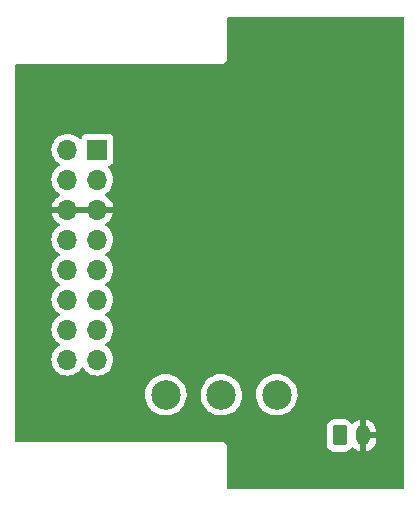
<source format=gbr>
%TF.GenerationSoftware,KiCad,Pcbnew,(6.0.4-0)*%
%TF.CreationDate,2024-03-24T21:38:25+02:00*%
%TF.ProjectId,Project_PCB_v1,50726f6a-6563-4745-9f50-43425f76312e,rev?*%
%TF.SameCoordinates,Original*%
%TF.FileFunction,Copper,L2,Bot*%
%TF.FilePolarity,Positive*%
%FSLAX46Y46*%
G04 Gerber Fmt 4.6, Leading zero omitted, Abs format (unit mm)*
G04 Created by KiCad (PCBNEW (6.0.4-0)) date 2024-03-24 21:38:25*
%MOMM*%
%LPD*%
G01*
G04 APERTURE LIST*
G04 Aperture macros list*
%AMRoundRect*
0 Rectangle with rounded corners*
0 $1 Rounding radius*
0 $2 $3 $4 $5 $6 $7 $8 $9 X,Y pos of 4 corners*
0 Add a 4 corners polygon primitive as box body*
4,1,4,$2,$3,$4,$5,$6,$7,$8,$9,$2,$3,0*
0 Add four circle primitives for the rounded corners*
1,1,$1+$1,$2,$3*
1,1,$1+$1,$4,$5*
1,1,$1+$1,$6,$7*
1,1,$1+$1,$8,$9*
0 Add four rect primitives between the rounded corners*
20,1,$1+$1,$2,$3,$4,$5,0*
20,1,$1+$1,$4,$5,$6,$7,0*
20,1,$1+$1,$6,$7,$8,$9,0*
20,1,$1+$1,$8,$9,$2,$3,0*%
G04 Aperture macros list end*
%TA.AperFunction,ComponentPad*%
%ADD10R,1.700000X1.700000*%
%TD*%
%TA.AperFunction,ComponentPad*%
%ADD11O,1.700000X1.700000*%
%TD*%
%TA.AperFunction,ComponentPad*%
%ADD12RoundRect,0.250000X-0.350000X-0.625000X0.350000X-0.625000X0.350000X0.625000X-0.350000X0.625000X0*%
%TD*%
%TA.AperFunction,ComponentPad*%
%ADD13O,1.200000X1.750000*%
%TD*%
%TA.AperFunction,ComponentPad*%
%ADD14C,2.500000*%
%TD*%
%TA.AperFunction,ViaPad*%
%ADD15C,0.800000*%
%TD*%
G04 APERTURE END LIST*
D10*
%TO.P,PinCon1,1,Pin_1*%
%TO.N,Motor2_A*%
X93500000Y-74250000D03*
D11*
%TO.P,PinCon1,2,Pin_2*%
%TO.N,PC6-9 PWM1*%
X90960000Y-74250000D03*
%TO.P,PinCon1,3,Pin_3*%
%TO.N,Motor2_B*%
X93500000Y-76790000D03*
%TO.P,PinCon1,4,Pin_4*%
%TO.N,PC6-9 PWM2*%
X90960000Y-76790000D03*
%TO.P,PinCon1,5,Pin_5*%
%TO.N,GND*%
X93500000Y-79330000D03*
%TO.P,PinCon1,6,Pin_6*%
X90960000Y-79330000D03*
%TO.P,PinCon1,7,Pin_7*%
%TO.N,BATT_1*%
X93500000Y-81870000D03*
%TO.P,PinCon1,8,Pin_8*%
X90960000Y-81870000D03*
%TO.P,PinCon1,9,Pin_9*%
%TO.N,Reserve*%
X93500000Y-84410000D03*
%TO.P,PinCon1,10,Pin_10*%
%TO.N,BATT_ADC*%
X90960000Y-84410000D03*
%TO.P,PinCon1,11,Pin_11*%
%TO.N,5V_1*%
X93500000Y-86950000D03*
%TO.P,PinCon1,12,Pin_12*%
X90960000Y-86950000D03*
%TO.P,PinCon1,13,Pin_13*%
%TO.N,Motor1_A*%
X93500000Y-89490000D03*
%TO.P,PinCon1,14,Pin_14*%
%TO.N,PC6-9 PWM3*%
X90960000Y-89490000D03*
%TO.P,PinCon1,15,Pin_15*%
%TO.N,Motor1_B*%
X93500000Y-92030000D03*
%TO.P,PinCon1,16,Pin_16*%
%TO.N,PC6-9 PWM4*%
X90960000Y-92030000D03*
%TD*%
D12*
%TO.P,J2,1,Pin_1*%
%TO.N,Net-(J2-Pad1)*%
X114000000Y-98450000D03*
D13*
%TO.P,J2,2,Pin_2*%
%TO.N,GND*%
X116000000Y-98450000D03*
%TD*%
D14*
%TO.P,S1,1,1*%
%TO.N,Net-(JP_S1_Bat1-Pad2)*%
X108700025Y-95000000D03*
%TO.P,S1,2,2*%
%TO.N,Net-(JP_S1-Pad2)*%
X104000000Y-95000000D03*
%TO.P,S1,3,3*%
%TO.N,unconnected-(S1-Pad3)*%
X99299975Y-95000000D03*
%TD*%
D15*
%TO.N,GND*%
X107500000Y-76500000D03*
X118250000Y-64000000D03*
X108465000Y-72500000D03*
X112250000Y-79750000D03*
X88000000Y-89188750D03*
X95965000Y-81500000D03*
X115500000Y-71750000D03*
X109500000Y-102250000D03*
X105500000Y-84250000D03*
X118500000Y-77250000D03*
X107750000Y-65250000D03*
%TD*%
%TA.AperFunction,Conductor*%
%TO.N,GND*%
G36*
X119441621Y-63020502D02*
G01*
X119488114Y-63074158D01*
X119499500Y-63126500D01*
X119499500Y-102873500D01*
X119479498Y-102941621D01*
X119425842Y-102988114D01*
X119373500Y-102999500D01*
X104626500Y-102999500D01*
X104558379Y-102979498D01*
X104511886Y-102925842D01*
X104500500Y-102873500D01*
X104500500Y-99508574D01*
X104500502Y-99507804D01*
X104500914Y-99440350D01*
X104500969Y-99431376D01*
X104493007Y-99403518D01*
X104489429Y-99386757D01*
X104486596Y-99366971D01*
X104486596Y-99366970D01*
X104485323Y-99358082D01*
X104474925Y-99335212D01*
X104468477Y-99317688D01*
X104464038Y-99302155D01*
X104464036Y-99302151D01*
X104461572Y-99293529D01*
X104446111Y-99269024D01*
X104437974Y-99253942D01*
X104429702Y-99235748D01*
X104429700Y-99235745D01*
X104425984Y-99227572D01*
X104409581Y-99208536D01*
X104398473Y-99193523D01*
X104385070Y-99172280D01*
X104378341Y-99166337D01*
X104378339Y-99166335D01*
X104363356Y-99153103D01*
X104351310Y-99140909D01*
X104338260Y-99125764D01*
X104337486Y-99124866D01*
X112899500Y-99124866D01*
X112899837Y-99128112D01*
X112899837Y-99128116D01*
X112908182Y-99208537D01*
X112910359Y-99229519D01*
X112965744Y-99395529D01*
X113057834Y-99544345D01*
X113181689Y-99667984D01*
X113330666Y-99759814D01*
X113337614Y-99762119D01*
X113337615Y-99762119D01*
X113490241Y-99812744D01*
X113490243Y-99812745D01*
X113496772Y-99814910D01*
X113600134Y-99825500D01*
X114399866Y-99825500D01*
X114403112Y-99825163D01*
X114403116Y-99825163D01*
X114497661Y-99815353D01*
X114497665Y-99815352D01*
X114504519Y-99814641D01*
X114511055Y-99812460D01*
X114511057Y-99812460D01*
X114663581Y-99761574D01*
X114670529Y-99759256D01*
X114819345Y-99667166D01*
X114942984Y-99543311D01*
X114976087Y-99489608D01*
X115028858Y-99442114D01*
X115098930Y-99430690D01*
X115164054Y-99458963D01*
X115182431Y-99477888D01*
X115190259Y-99487853D01*
X115198499Y-99496506D01*
X115349123Y-99627212D01*
X115358847Y-99634147D01*
X115531467Y-99734010D01*
X115542331Y-99738984D01*
X115730727Y-99804407D01*
X115731716Y-99804648D01*
X115742008Y-99803180D01*
X115746000Y-99789615D01*
X115746000Y-99785402D01*
X116254000Y-99785402D01*
X116257973Y-99798933D01*
X116267399Y-99800288D01*
X116356537Y-99778806D01*
X116367832Y-99774917D01*
X116549382Y-99692371D01*
X116559724Y-99686424D01*
X116722397Y-99571032D01*
X116731425Y-99563239D01*
X116869342Y-99419169D01*
X116876738Y-99409804D01*
X116984921Y-99242259D01*
X116990417Y-99231655D01*
X117064961Y-99046688D01*
X117068355Y-99035230D01*
X117106857Y-98838072D01*
X117107934Y-98829209D01*
X117108000Y-98826500D01*
X117108000Y-98722115D01*
X117103525Y-98706876D01*
X117102135Y-98705671D01*
X117094452Y-98704000D01*
X116272115Y-98704000D01*
X116256876Y-98708475D01*
X116255671Y-98709865D01*
X116254000Y-98717548D01*
X116254000Y-99785402D01*
X115746000Y-99785402D01*
X115746000Y-98177885D01*
X116254000Y-98177885D01*
X116258475Y-98193124D01*
X116259865Y-98194329D01*
X116267548Y-98196000D01*
X117089885Y-98196000D01*
X117105124Y-98191525D01*
X117106329Y-98190135D01*
X117108000Y-98182452D01*
X117108000Y-98125168D01*
X117107715Y-98119192D01*
X117093529Y-97970506D01*
X117091270Y-97958772D01*
X117035128Y-97767401D01*
X117030698Y-97756325D01*
X116939381Y-97579022D01*
X116932931Y-97568976D01*
X116809738Y-97412143D01*
X116801501Y-97403494D01*
X116650877Y-97272788D01*
X116641153Y-97265853D01*
X116468533Y-97165990D01*
X116457669Y-97161016D01*
X116269273Y-97095593D01*
X116268284Y-97095352D01*
X116257992Y-97096820D01*
X116254000Y-97110385D01*
X116254000Y-98177885D01*
X115746000Y-98177885D01*
X115746000Y-97114598D01*
X115742027Y-97101067D01*
X115732601Y-97099712D01*
X115643463Y-97121194D01*
X115632168Y-97125083D01*
X115450618Y-97207629D01*
X115440276Y-97213576D01*
X115277603Y-97328968D01*
X115268575Y-97336761D01*
X115175751Y-97433726D01*
X115114196Y-97469102D01*
X115043286Y-97465583D01*
X114985536Y-97424286D01*
X114977589Y-97412898D01*
X114946020Y-97361883D01*
X114942166Y-97355655D01*
X114818311Y-97232016D01*
X114669334Y-97140186D01*
X114612076Y-97121194D01*
X114509759Y-97087256D01*
X114509757Y-97087255D01*
X114503228Y-97085090D01*
X114399866Y-97074500D01*
X113600134Y-97074500D01*
X113596888Y-97074837D01*
X113596884Y-97074837D01*
X113502339Y-97084647D01*
X113502335Y-97084648D01*
X113495481Y-97085359D01*
X113488945Y-97087540D01*
X113488943Y-97087540D01*
X113388070Y-97121194D01*
X113329471Y-97140744D01*
X113180655Y-97232834D01*
X113057016Y-97356689D01*
X112965186Y-97505666D01*
X112962881Y-97512614D01*
X112962881Y-97512615D01*
X112944187Y-97568976D01*
X112910090Y-97671772D01*
X112899500Y-97775134D01*
X112899500Y-99124866D01*
X104337486Y-99124866D01*
X104332400Y-99118963D01*
X104311314Y-99105296D01*
X104296444Y-99094009D01*
X104284338Y-99083317D01*
X104284337Y-99083317D01*
X104277612Y-99077377D01*
X104251391Y-99065066D01*
X104236413Y-99056746D01*
X104219631Y-99045869D01*
X104219628Y-99045868D01*
X104212095Y-99040985D01*
X104188019Y-99033785D01*
X104170589Y-99027129D01*
X104147837Y-99016447D01*
X104119213Y-99011990D01*
X104102495Y-99008207D01*
X104083340Y-99002478D01*
X104083332Y-99002477D01*
X104074739Y-98999907D01*
X104065768Y-98999852D01*
X104065767Y-98999852D01*
X104061038Y-98999823D01*
X104040818Y-98999699D01*
X104040075Y-98999668D01*
X104038991Y-98999500D01*
X104008574Y-98999500D01*
X104007804Y-98999498D01*
X104007191Y-98999494D01*
X103931376Y-98999031D01*
X103930047Y-98999411D01*
X103928737Y-98999500D01*
X86626500Y-98999500D01*
X86558379Y-98979498D01*
X86511886Y-98925842D01*
X86500500Y-98873500D01*
X86500500Y-94954049D01*
X97545169Y-94954049D01*
X97557652Y-95213930D01*
X97608410Y-95469112D01*
X97696330Y-95713989D01*
X97819479Y-95943180D01*
X97822274Y-95946923D01*
X97822276Y-95946926D01*
X97972360Y-96147913D01*
X97972365Y-96147919D01*
X97975152Y-96151651D01*
X97978461Y-96154931D01*
X97978466Y-96154937D01*
X98079478Y-96255071D01*
X98159929Y-96334823D01*
X98163691Y-96337581D01*
X98163694Y-96337584D01*
X98276307Y-96420155D01*
X98369750Y-96488670D01*
X98373885Y-96490846D01*
X98373889Y-96490848D01*
X98499749Y-96557066D01*
X98600008Y-96609815D01*
X98845642Y-96695594D01*
X98850235Y-96696466D01*
X99096668Y-96743253D01*
X99096671Y-96743253D01*
X99101257Y-96744124D01*
X99231248Y-96749232D01*
X99356570Y-96754156D01*
X99356576Y-96754156D01*
X99361238Y-96754339D01*
X99462464Y-96743253D01*
X99615220Y-96726524D01*
X99615225Y-96726523D01*
X99619873Y-96726014D01*
X99624397Y-96724823D01*
X99866957Y-96660962D01*
X99866959Y-96660961D01*
X99871480Y-96659771D01*
X100110532Y-96557066D01*
X100331778Y-96420155D01*
X100530357Y-96252046D01*
X100701906Y-96056431D01*
X100842658Y-95837608D01*
X100949519Y-95600385D01*
X100950789Y-95595882D01*
X101018873Y-95354476D01*
X101018874Y-95354473D01*
X101020143Y-95349972D01*
X101036866Y-95218518D01*
X101052579Y-95095001D01*
X101052579Y-95094997D01*
X101052977Y-95091871D01*
X101055383Y-95000000D01*
X101051968Y-94954049D01*
X102245194Y-94954049D01*
X102257677Y-95213930D01*
X102308435Y-95469112D01*
X102396355Y-95713989D01*
X102519504Y-95943180D01*
X102522299Y-95946923D01*
X102522301Y-95946926D01*
X102672385Y-96147913D01*
X102672390Y-96147919D01*
X102675177Y-96151651D01*
X102678486Y-96154931D01*
X102678491Y-96154937D01*
X102779503Y-96255071D01*
X102859954Y-96334823D01*
X102863716Y-96337581D01*
X102863719Y-96337584D01*
X102976332Y-96420155D01*
X103069775Y-96488670D01*
X103073910Y-96490846D01*
X103073914Y-96490848D01*
X103199774Y-96557066D01*
X103300033Y-96609815D01*
X103545667Y-96695594D01*
X103550260Y-96696466D01*
X103796693Y-96743253D01*
X103796696Y-96743253D01*
X103801282Y-96744124D01*
X103931273Y-96749232D01*
X104056595Y-96754156D01*
X104056601Y-96754156D01*
X104061263Y-96754339D01*
X104162489Y-96743253D01*
X104315245Y-96726524D01*
X104315250Y-96726523D01*
X104319898Y-96726014D01*
X104324422Y-96724823D01*
X104566982Y-96660962D01*
X104566984Y-96660961D01*
X104571505Y-96659771D01*
X104810557Y-96557066D01*
X105031803Y-96420155D01*
X105230382Y-96252046D01*
X105401931Y-96056431D01*
X105542683Y-95837608D01*
X105649544Y-95600385D01*
X105650814Y-95595882D01*
X105718898Y-95354476D01*
X105718899Y-95354473D01*
X105720168Y-95349972D01*
X105736891Y-95218518D01*
X105752604Y-95095001D01*
X105752604Y-95094997D01*
X105753002Y-95091871D01*
X105755408Y-95000000D01*
X105751993Y-94954049D01*
X106945219Y-94954049D01*
X106957702Y-95213930D01*
X107008460Y-95469112D01*
X107096380Y-95713989D01*
X107219529Y-95943180D01*
X107222324Y-95946923D01*
X107222326Y-95946926D01*
X107372410Y-96147913D01*
X107372415Y-96147919D01*
X107375202Y-96151651D01*
X107378511Y-96154931D01*
X107378516Y-96154937D01*
X107479528Y-96255071D01*
X107559979Y-96334823D01*
X107563741Y-96337581D01*
X107563744Y-96337584D01*
X107676357Y-96420155D01*
X107769800Y-96488670D01*
X107773935Y-96490846D01*
X107773939Y-96490848D01*
X107899799Y-96557066D01*
X108000058Y-96609815D01*
X108245692Y-96695594D01*
X108250285Y-96696466D01*
X108496718Y-96743253D01*
X108496721Y-96743253D01*
X108501307Y-96744124D01*
X108631298Y-96749232D01*
X108756620Y-96754156D01*
X108756626Y-96754156D01*
X108761288Y-96754339D01*
X108862514Y-96743253D01*
X109015270Y-96726524D01*
X109015275Y-96726523D01*
X109019923Y-96726014D01*
X109024447Y-96724823D01*
X109267007Y-96660962D01*
X109267009Y-96660961D01*
X109271530Y-96659771D01*
X109510582Y-96557066D01*
X109731828Y-96420155D01*
X109930407Y-96252046D01*
X110101956Y-96056431D01*
X110242708Y-95837608D01*
X110349569Y-95600385D01*
X110350839Y-95595882D01*
X110418923Y-95354476D01*
X110418924Y-95354473D01*
X110420193Y-95349972D01*
X110436916Y-95218518D01*
X110452629Y-95095001D01*
X110452629Y-95094997D01*
X110453027Y-95091871D01*
X110455433Y-95000000D01*
X110436151Y-94740534D01*
X110378730Y-94486768D01*
X110377037Y-94482414D01*
X110286123Y-94248630D01*
X110286122Y-94248628D01*
X110284430Y-94244277D01*
X110155324Y-94018388D01*
X109994248Y-93814064D01*
X109804739Y-93635792D01*
X109590962Y-93487489D01*
X109586772Y-93485423D01*
X109586769Y-93485421D01*
X109361800Y-93374479D01*
X109361797Y-93374478D01*
X109357612Y-93372414D01*
X109109817Y-93293094D01*
X108969594Y-93270257D01*
X108857631Y-93252023D01*
X108857630Y-93252023D01*
X108853019Y-93251272D01*
X108722940Y-93249569D01*
X108597537Y-93247927D01*
X108597534Y-93247927D01*
X108592860Y-93247866D01*
X108335055Y-93282952D01*
X108085268Y-93355758D01*
X108081015Y-93357718D01*
X108081014Y-93357719D01*
X108044659Y-93374479D01*
X107848986Y-93464686D01*
X107845081Y-93467246D01*
X107845076Y-93467249D01*
X107635313Y-93604775D01*
X107635308Y-93604779D01*
X107631400Y-93607341D01*
X107437290Y-93780591D01*
X107270920Y-93980629D01*
X107135945Y-94203061D01*
X107134136Y-94207375D01*
X107134135Y-94207377D01*
X107120363Y-94240221D01*
X107035330Y-94443001D01*
X106971286Y-94695177D01*
X106945219Y-94954049D01*
X105751993Y-94954049D01*
X105736126Y-94740534D01*
X105678705Y-94486768D01*
X105677012Y-94482414D01*
X105586098Y-94248630D01*
X105586097Y-94248628D01*
X105584405Y-94244277D01*
X105455299Y-94018388D01*
X105294223Y-93814064D01*
X105104714Y-93635792D01*
X104890937Y-93487489D01*
X104886747Y-93485423D01*
X104886744Y-93485421D01*
X104661775Y-93374479D01*
X104661772Y-93374478D01*
X104657587Y-93372414D01*
X104409792Y-93293094D01*
X104269569Y-93270257D01*
X104157606Y-93252023D01*
X104157605Y-93252023D01*
X104152994Y-93251272D01*
X104022915Y-93249569D01*
X103897512Y-93247927D01*
X103897509Y-93247927D01*
X103892835Y-93247866D01*
X103635030Y-93282952D01*
X103385243Y-93355758D01*
X103380990Y-93357718D01*
X103380989Y-93357719D01*
X103344634Y-93374479D01*
X103148961Y-93464686D01*
X103145056Y-93467246D01*
X103145051Y-93467249D01*
X102935288Y-93604775D01*
X102935283Y-93604779D01*
X102931375Y-93607341D01*
X102737265Y-93780591D01*
X102570895Y-93980629D01*
X102435920Y-94203061D01*
X102434111Y-94207375D01*
X102434110Y-94207377D01*
X102420338Y-94240221D01*
X102335305Y-94443001D01*
X102271261Y-94695177D01*
X102245194Y-94954049D01*
X101051968Y-94954049D01*
X101036101Y-94740534D01*
X100978680Y-94486768D01*
X100976987Y-94482414D01*
X100886073Y-94248630D01*
X100886072Y-94248628D01*
X100884380Y-94244277D01*
X100755274Y-94018388D01*
X100594198Y-93814064D01*
X100404689Y-93635792D01*
X100190912Y-93487489D01*
X100186722Y-93485423D01*
X100186719Y-93485421D01*
X99961750Y-93374479D01*
X99961747Y-93374478D01*
X99957562Y-93372414D01*
X99709767Y-93293094D01*
X99569544Y-93270257D01*
X99457581Y-93252023D01*
X99457580Y-93252023D01*
X99452969Y-93251272D01*
X99322890Y-93249569D01*
X99197487Y-93247927D01*
X99197484Y-93247927D01*
X99192810Y-93247866D01*
X98935005Y-93282952D01*
X98685218Y-93355758D01*
X98680965Y-93357718D01*
X98680964Y-93357719D01*
X98644609Y-93374479D01*
X98448936Y-93464686D01*
X98445031Y-93467246D01*
X98445026Y-93467249D01*
X98235263Y-93604775D01*
X98235258Y-93604779D01*
X98231350Y-93607341D01*
X98037240Y-93780591D01*
X97870870Y-93980629D01*
X97735895Y-94203061D01*
X97734086Y-94207375D01*
X97734085Y-94207377D01*
X97720313Y-94240221D01*
X97635280Y-94443001D01*
X97571236Y-94695177D01*
X97545169Y-94954049D01*
X86500500Y-94954049D01*
X86500500Y-92030000D01*
X89604341Y-92030000D01*
X89624937Y-92265408D01*
X89686097Y-92493663D01*
X89688419Y-92498643D01*
X89688420Y-92498645D01*
X89770121Y-92673851D01*
X89785965Y-92707829D01*
X89921505Y-92901401D01*
X90088599Y-93068495D01*
X90093107Y-93071652D01*
X90093110Y-93071654D01*
X90277661Y-93200878D01*
X90282170Y-93204035D01*
X90287152Y-93206358D01*
X90287157Y-93206361D01*
X90491355Y-93301580D01*
X90496337Y-93303903D01*
X90501645Y-93305325D01*
X90501647Y-93305326D01*
X90697183Y-93357719D01*
X90724592Y-93365063D01*
X90960000Y-93385659D01*
X91195408Y-93365063D01*
X91222817Y-93357719D01*
X91418353Y-93305326D01*
X91418355Y-93305325D01*
X91423663Y-93303903D01*
X91428645Y-93301580D01*
X91632843Y-93206361D01*
X91632848Y-93206358D01*
X91637830Y-93204035D01*
X91642339Y-93200878D01*
X91826890Y-93071654D01*
X91826893Y-93071652D01*
X91831401Y-93068495D01*
X91998495Y-92901401D01*
X92126787Y-92718180D01*
X92182244Y-92673851D01*
X92252863Y-92666542D01*
X92316224Y-92698572D01*
X92333212Y-92718179D01*
X92461505Y-92901401D01*
X92628599Y-93068495D01*
X92633107Y-93071652D01*
X92633110Y-93071654D01*
X92817661Y-93200878D01*
X92822170Y-93204035D01*
X92827152Y-93206358D01*
X92827157Y-93206361D01*
X93031355Y-93301580D01*
X93036337Y-93303903D01*
X93041645Y-93305325D01*
X93041647Y-93305326D01*
X93237183Y-93357719D01*
X93264592Y-93365063D01*
X93500000Y-93385659D01*
X93735408Y-93365063D01*
X93762817Y-93357719D01*
X93958353Y-93305326D01*
X93958355Y-93305325D01*
X93963663Y-93303903D01*
X93968645Y-93301580D01*
X94172843Y-93206361D01*
X94172848Y-93206358D01*
X94177830Y-93204035D01*
X94182339Y-93200878D01*
X94366890Y-93071654D01*
X94366893Y-93071652D01*
X94371401Y-93068495D01*
X94538495Y-92901401D01*
X94674035Y-92707829D01*
X94689880Y-92673851D01*
X94771580Y-92498645D01*
X94771581Y-92498643D01*
X94773903Y-92493663D01*
X94835063Y-92265408D01*
X94855659Y-92030000D01*
X94835063Y-91794592D01*
X94773903Y-91566337D01*
X94693288Y-91393458D01*
X94676358Y-91357152D01*
X94676356Y-91357149D01*
X94674035Y-91352171D01*
X94538495Y-91158599D01*
X94371401Y-90991505D01*
X94366893Y-90988348D01*
X94366890Y-90988346D01*
X94239408Y-90899082D01*
X94188181Y-90863213D01*
X94143853Y-90807756D01*
X94136544Y-90737137D01*
X94168575Y-90673776D01*
X94188181Y-90656787D01*
X94366890Y-90531654D01*
X94366893Y-90531652D01*
X94371401Y-90528495D01*
X94538495Y-90361401D01*
X94674035Y-90167829D01*
X94689880Y-90133851D01*
X94771580Y-89958645D01*
X94771581Y-89958643D01*
X94773903Y-89953663D01*
X94835063Y-89725408D01*
X94855659Y-89490000D01*
X94835063Y-89254592D01*
X94773903Y-89026337D01*
X94693288Y-88853458D01*
X94676358Y-88817152D01*
X94676356Y-88817149D01*
X94674035Y-88812171D01*
X94538495Y-88618599D01*
X94371401Y-88451505D01*
X94366893Y-88448348D01*
X94366890Y-88448346D01*
X94239408Y-88359082D01*
X94188181Y-88323213D01*
X94143853Y-88267756D01*
X94136544Y-88197137D01*
X94168575Y-88133776D01*
X94188181Y-88116787D01*
X94366890Y-87991654D01*
X94366893Y-87991652D01*
X94371401Y-87988495D01*
X94538495Y-87821401D01*
X94674035Y-87627829D01*
X94689880Y-87593851D01*
X94771580Y-87418645D01*
X94771581Y-87418643D01*
X94773903Y-87413663D01*
X94835063Y-87185408D01*
X94855659Y-86950000D01*
X94835063Y-86714592D01*
X94773903Y-86486337D01*
X94693288Y-86313458D01*
X94676358Y-86277152D01*
X94676356Y-86277149D01*
X94674035Y-86272171D01*
X94538495Y-86078599D01*
X94371401Y-85911505D01*
X94366893Y-85908348D01*
X94366890Y-85908346D01*
X94239408Y-85819082D01*
X94188181Y-85783213D01*
X94143853Y-85727756D01*
X94136544Y-85657137D01*
X94168575Y-85593776D01*
X94188181Y-85576787D01*
X94366890Y-85451654D01*
X94366893Y-85451652D01*
X94371401Y-85448495D01*
X94538495Y-85281401D01*
X94674035Y-85087829D01*
X94689880Y-85053851D01*
X94771580Y-84878645D01*
X94771581Y-84878643D01*
X94773903Y-84873663D01*
X94835063Y-84645408D01*
X94855659Y-84410000D01*
X94835063Y-84174592D01*
X94773903Y-83946337D01*
X94693288Y-83773458D01*
X94676358Y-83737152D01*
X94676356Y-83737149D01*
X94674035Y-83732171D01*
X94538495Y-83538599D01*
X94371401Y-83371505D01*
X94366893Y-83368348D01*
X94366890Y-83368346D01*
X94239408Y-83279082D01*
X94188181Y-83243213D01*
X94143853Y-83187756D01*
X94136544Y-83117137D01*
X94168575Y-83053776D01*
X94188181Y-83036787D01*
X94366890Y-82911654D01*
X94366893Y-82911652D01*
X94371401Y-82908495D01*
X94538495Y-82741401D01*
X94674035Y-82547829D01*
X94689880Y-82513851D01*
X94771580Y-82338645D01*
X94771581Y-82338643D01*
X94773903Y-82333663D01*
X94835063Y-82105408D01*
X94855659Y-81870000D01*
X94835063Y-81634592D01*
X94773903Y-81406337D01*
X94693288Y-81233458D01*
X94676358Y-81197152D01*
X94676356Y-81197149D01*
X94674035Y-81192171D01*
X94538495Y-80998599D01*
X94371401Y-80831505D01*
X94366893Y-80828348D01*
X94366890Y-80828346D01*
X94195336Y-80708223D01*
X94151008Y-80652766D01*
X94143699Y-80582147D01*
X94175730Y-80518786D01*
X94198019Y-80500860D01*
X94197737Y-80500465D01*
X94375328Y-80373792D01*
X94383200Y-80367139D01*
X94534052Y-80216812D01*
X94540730Y-80208965D01*
X94665003Y-80036020D01*
X94670313Y-80027183D01*
X94764670Y-79836267D01*
X94768469Y-79826672D01*
X94830377Y-79622910D01*
X94832555Y-79612837D01*
X94833986Y-79601962D01*
X94831775Y-79587778D01*
X94818617Y-79584000D01*
X89643225Y-79584000D01*
X89629694Y-79587973D01*
X89628257Y-79597966D01*
X89658565Y-79732446D01*
X89661645Y-79742275D01*
X89741770Y-79939603D01*
X89746413Y-79948794D01*
X89857694Y-80130388D01*
X89863777Y-80138699D01*
X90003213Y-80299667D01*
X90010580Y-80306883D01*
X90174434Y-80442916D01*
X90182876Y-80448828D01*
X90259612Y-80493669D01*
X90308335Y-80545308D01*
X90321406Y-80615091D01*
X90294674Y-80680863D01*
X90268312Y-80705669D01*
X90088599Y-80831505D01*
X89921505Y-80998599D01*
X89785965Y-81192171D01*
X89783644Y-81197149D01*
X89783642Y-81197152D01*
X89766712Y-81233458D01*
X89686097Y-81406337D01*
X89624937Y-81634592D01*
X89604341Y-81870000D01*
X89624937Y-82105408D01*
X89686097Y-82333663D01*
X89688419Y-82338643D01*
X89688420Y-82338645D01*
X89770121Y-82513851D01*
X89785965Y-82547829D01*
X89921505Y-82741401D01*
X90088599Y-82908495D01*
X90093107Y-82911652D01*
X90093110Y-82911654D01*
X90271820Y-83036788D01*
X90316148Y-83092245D01*
X90323457Y-83162865D01*
X90291426Y-83226225D01*
X90271822Y-83243211D01*
X90088599Y-83371505D01*
X89921505Y-83538599D01*
X89785965Y-83732171D01*
X89783644Y-83737149D01*
X89783642Y-83737152D01*
X89766712Y-83773458D01*
X89686097Y-83946337D01*
X89624937Y-84174592D01*
X89604341Y-84410000D01*
X89624937Y-84645408D01*
X89686097Y-84873663D01*
X89688419Y-84878643D01*
X89688420Y-84878645D01*
X89770121Y-85053851D01*
X89785965Y-85087829D01*
X89921505Y-85281401D01*
X90088599Y-85448495D01*
X90093107Y-85451652D01*
X90093110Y-85451654D01*
X90271820Y-85576788D01*
X90316148Y-85632245D01*
X90323457Y-85702865D01*
X90291426Y-85766225D01*
X90271822Y-85783211D01*
X90088599Y-85911505D01*
X89921505Y-86078599D01*
X89785965Y-86272171D01*
X89783644Y-86277149D01*
X89783642Y-86277152D01*
X89766712Y-86313458D01*
X89686097Y-86486337D01*
X89624937Y-86714592D01*
X89604341Y-86950000D01*
X89624937Y-87185408D01*
X89686097Y-87413663D01*
X89688419Y-87418643D01*
X89688420Y-87418645D01*
X89770121Y-87593851D01*
X89785965Y-87627829D01*
X89921505Y-87821401D01*
X90088599Y-87988495D01*
X90093107Y-87991652D01*
X90093110Y-87991654D01*
X90271820Y-88116788D01*
X90316148Y-88172245D01*
X90323457Y-88242865D01*
X90291426Y-88306225D01*
X90271822Y-88323211D01*
X90088599Y-88451505D01*
X89921505Y-88618599D01*
X89785965Y-88812171D01*
X89783644Y-88817149D01*
X89783642Y-88817152D01*
X89766712Y-88853458D01*
X89686097Y-89026337D01*
X89624937Y-89254592D01*
X89604341Y-89490000D01*
X89624937Y-89725408D01*
X89686097Y-89953663D01*
X89688419Y-89958643D01*
X89688420Y-89958645D01*
X89770121Y-90133851D01*
X89785965Y-90167829D01*
X89921505Y-90361401D01*
X90088599Y-90528495D01*
X90093107Y-90531652D01*
X90093110Y-90531654D01*
X90271820Y-90656788D01*
X90316148Y-90712245D01*
X90323457Y-90782865D01*
X90291426Y-90846225D01*
X90271822Y-90863211D01*
X90088599Y-90991505D01*
X89921505Y-91158599D01*
X89785965Y-91352171D01*
X89783644Y-91357149D01*
X89783642Y-91357152D01*
X89766712Y-91393458D01*
X89686097Y-91566337D01*
X89624937Y-91794592D01*
X89604341Y-92030000D01*
X86500500Y-92030000D01*
X86500500Y-76790000D01*
X89604341Y-76790000D01*
X89624937Y-77025408D01*
X89686097Y-77253663D01*
X89688419Y-77258643D01*
X89688420Y-77258645D01*
X89770121Y-77433851D01*
X89785965Y-77467829D01*
X89921505Y-77661401D01*
X90088599Y-77828495D01*
X90093107Y-77831652D01*
X90093110Y-77831654D01*
X90265880Y-77952629D01*
X90310208Y-78008086D01*
X90317517Y-78078706D01*
X90285486Y-78142066D01*
X90251790Y-78167605D01*
X90238458Y-78174545D01*
X90229738Y-78180036D01*
X90059433Y-78307905D01*
X90051726Y-78314748D01*
X89904590Y-78468717D01*
X89898104Y-78476727D01*
X89778098Y-78652649D01*
X89773000Y-78661623D01*
X89683338Y-78854783D01*
X89679775Y-78864470D01*
X89624389Y-79064183D01*
X89625912Y-79072607D01*
X89638292Y-79076000D01*
X94818344Y-79076000D01*
X94831875Y-79072027D01*
X94833180Y-79062947D01*
X94791214Y-78895875D01*
X94787894Y-78886124D01*
X94702972Y-78690814D01*
X94698105Y-78681739D01*
X94582426Y-78502926D01*
X94576136Y-78494757D01*
X94432806Y-78337240D01*
X94425273Y-78330215D01*
X94258139Y-78198222D01*
X94249557Y-78192520D01*
X94203863Y-78167296D01*
X94153892Y-78116864D01*
X94139120Y-78047421D01*
X94164236Y-77981015D01*
X94192485Y-77953774D01*
X94366890Y-77831654D01*
X94366893Y-77831652D01*
X94371401Y-77828495D01*
X94538495Y-77661401D01*
X94674035Y-77467829D01*
X94689880Y-77433851D01*
X94771580Y-77258645D01*
X94771581Y-77258643D01*
X94773903Y-77253663D01*
X94835063Y-77025408D01*
X94855659Y-76790000D01*
X94835063Y-76554592D01*
X94773903Y-76326337D01*
X94693288Y-76153458D01*
X94676358Y-76117152D01*
X94676356Y-76117149D01*
X94674035Y-76112171D01*
X94538495Y-75918599D01*
X94418885Y-75798989D01*
X94384859Y-75736677D01*
X94389924Y-75665862D01*
X94432471Y-75609026D01*
X94463752Y-75591912D01*
X94584419Y-75546677D01*
X94584420Y-75546676D01*
X94592824Y-75543526D01*
X94600003Y-75538146D01*
X94600006Y-75538144D01*
X94700365Y-75462928D01*
X94707546Y-75457546D01*
X94725361Y-75433776D01*
X94788144Y-75350006D01*
X94788146Y-75350003D01*
X94793526Y-75342824D01*
X94843851Y-75208580D01*
X94846688Y-75182471D01*
X94850131Y-75150774D01*
X94850131Y-75150773D01*
X94850500Y-75147377D01*
X94850499Y-73352624D01*
X94843851Y-73291420D01*
X94793526Y-73157176D01*
X94788146Y-73149997D01*
X94788144Y-73149994D01*
X94712928Y-73049635D01*
X94707546Y-73042454D01*
X94700365Y-73037072D01*
X94600006Y-72961856D01*
X94600003Y-72961854D01*
X94592824Y-72956474D01*
X94485821Y-72916361D01*
X94465975Y-72908921D01*
X94465973Y-72908921D01*
X94458580Y-72906149D01*
X94450730Y-72905296D01*
X94450729Y-72905296D01*
X94400774Y-72899869D01*
X94400773Y-72899869D01*
X94397377Y-72899500D01*
X93500132Y-72899500D01*
X92602624Y-72899501D01*
X92599230Y-72899870D01*
X92599224Y-72899870D01*
X92549278Y-72905295D01*
X92549274Y-72905296D01*
X92541420Y-72906149D01*
X92407176Y-72956474D01*
X92399997Y-72961854D01*
X92399994Y-72961856D01*
X92299635Y-73037072D01*
X92292454Y-73042454D01*
X92287072Y-73049635D01*
X92211856Y-73149994D01*
X92211854Y-73149997D01*
X92206474Y-73157176D01*
X92203324Y-73165580D01*
X92203323Y-73165581D01*
X92186107Y-73211505D01*
X92158924Y-73284019D01*
X92158088Y-73286248D01*
X92115447Y-73343013D01*
X92048886Y-73367714D01*
X91979537Y-73352507D01*
X91951011Y-73331115D01*
X91831401Y-73211505D01*
X91826893Y-73208348D01*
X91826890Y-73208346D01*
X91642339Y-73079122D01*
X91642336Y-73079120D01*
X91637830Y-73075965D01*
X91632848Y-73073642D01*
X91632843Y-73073639D01*
X91428645Y-72978420D01*
X91428644Y-72978419D01*
X91423663Y-72976097D01*
X91418355Y-72974675D01*
X91418353Y-72974674D01*
X91200723Y-72916361D01*
X91200722Y-72916361D01*
X91195408Y-72914937D01*
X90960000Y-72894341D01*
X90724592Y-72914937D01*
X90719278Y-72916361D01*
X90719277Y-72916361D01*
X90501647Y-72974674D01*
X90501645Y-72974675D01*
X90496337Y-72976097D01*
X90491357Y-72978419D01*
X90491355Y-72978420D01*
X90287152Y-73073642D01*
X90287149Y-73073644D01*
X90282171Y-73075965D01*
X90088599Y-73211505D01*
X89921505Y-73378599D01*
X89785965Y-73572171D01*
X89686097Y-73786337D01*
X89624937Y-74014592D01*
X89604341Y-74250000D01*
X89624937Y-74485408D01*
X89686097Y-74713663D01*
X89785965Y-74927829D01*
X89921505Y-75121401D01*
X90088599Y-75288495D01*
X90093107Y-75291652D01*
X90093110Y-75291654D01*
X90271820Y-75416788D01*
X90316148Y-75472245D01*
X90323457Y-75542865D01*
X90291426Y-75606225D01*
X90271822Y-75623211D01*
X90088599Y-75751505D01*
X89921505Y-75918599D01*
X89785965Y-76112171D01*
X89783644Y-76117149D01*
X89783642Y-76117152D01*
X89766712Y-76153458D01*
X89686097Y-76326337D01*
X89624937Y-76554592D01*
X89604341Y-76790000D01*
X86500500Y-76790000D01*
X86500500Y-67126500D01*
X86520502Y-67058379D01*
X86574158Y-67011886D01*
X86626500Y-67000500D01*
X103991426Y-67000500D01*
X103992197Y-67000502D01*
X104068624Y-67000969D01*
X104096482Y-66993007D01*
X104113241Y-66989429D01*
X104122644Y-66988083D01*
X104133029Y-66986596D01*
X104133030Y-66986596D01*
X104141918Y-66985323D01*
X104150092Y-66981607D01*
X104150094Y-66981606D01*
X104164788Y-66974925D01*
X104182312Y-66968477D01*
X104197845Y-66964038D01*
X104197849Y-66964036D01*
X104206471Y-66961572D01*
X104230975Y-66946111D01*
X104246058Y-66937974D01*
X104264252Y-66929702D01*
X104264255Y-66929700D01*
X104272428Y-66925984D01*
X104291464Y-66909581D01*
X104306477Y-66898473D01*
X104327720Y-66885070D01*
X104333663Y-66878341D01*
X104333665Y-66878339D01*
X104346897Y-66863356D01*
X104359091Y-66851310D01*
X104374236Y-66838260D01*
X104381037Y-66832400D01*
X104394704Y-66811314D01*
X104405991Y-66796444D01*
X104416683Y-66784338D01*
X104416683Y-66784337D01*
X104422623Y-66777612D01*
X104434934Y-66751391D01*
X104443254Y-66736413D01*
X104454131Y-66719631D01*
X104454132Y-66719628D01*
X104459015Y-66712095D01*
X104466215Y-66688019D01*
X104472871Y-66670589D01*
X104483553Y-66647837D01*
X104488010Y-66619213D01*
X104491793Y-66602495D01*
X104497522Y-66583340D01*
X104497523Y-66583332D01*
X104500093Y-66574739D01*
X104500301Y-66540818D01*
X104500332Y-66540075D01*
X104500500Y-66538991D01*
X104500500Y-66508574D01*
X104500502Y-66507804D01*
X104500788Y-66461009D01*
X104500969Y-66431376D01*
X104500589Y-66430047D01*
X104500500Y-66428737D01*
X104500500Y-63126500D01*
X104520502Y-63058379D01*
X104574158Y-63011886D01*
X104626500Y-63000500D01*
X119373500Y-63000500D01*
X119441621Y-63020502D01*
G37*
%TD.AperFunction*%
%TD*%
M02*

</source>
